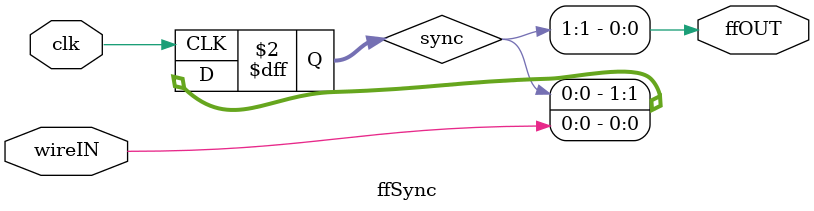
<source format=v>
module ffSync (
	input wire clk,
	input wire wireIN,
	output wire ffOUT
);

reg [1:0] sync;
assign ffOUT = sync[1];

always @ (posedge clk)
	sync <= { sync[0], wireIN };

endmodule
</source>
